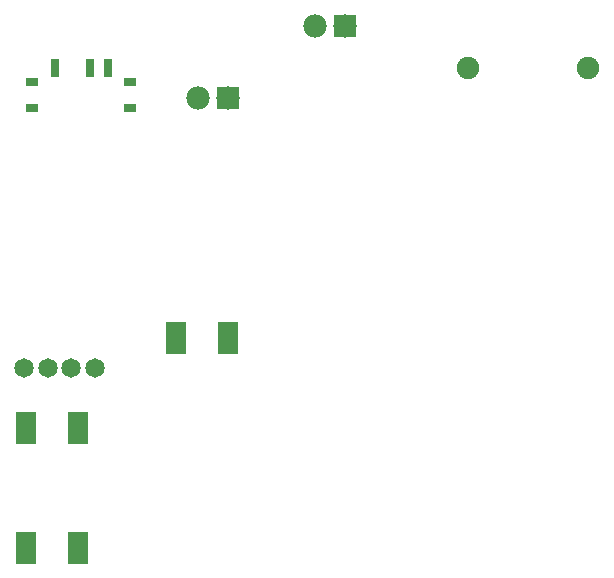
<source format=gtl>
G04 MADE WITH FRITZING*
G04 WWW.FRITZING.ORG*
G04 DOUBLE SIDED*
G04 HOLES PLATED*
G04 CONTOUR ON CENTER OF CONTOUR VECTOR*
%ASAXBY*%
%FSLAX23Y23*%
%MOIN*%
%OFA0B0*%
%SFA1.0B1.0*%
%ADD10C,0.075000*%
%ADD11C,0.065000*%
%ADD12C,0.078000*%
%ADD13R,0.039370X0.031496*%
%ADD14R,0.027559X0.059055*%
%ADD15R,0.078000X0.078000*%
%ADD16R,0.070866X0.106299*%
%LNCOPPER1*%
G90*
G70*
G54D10*
X1656Y2033D03*
X2056Y2033D03*
G54D11*
X177Y1033D03*
X256Y1033D03*
X334Y1033D03*
X413Y1033D03*
G54D12*
X1247Y2175D03*
X1147Y2175D03*
X856Y1933D03*
X756Y1933D03*
G54D13*
X204Y1988D03*
X204Y1901D03*
X530Y1901D03*
X530Y1988D03*
G54D14*
X278Y2033D03*
X397Y2033D03*
X456Y2033D03*
G54D15*
X1247Y2175D03*
X856Y1933D03*
G54D16*
X682Y1133D03*
X856Y1133D03*
X182Y833D03*
X356Y833D03*
X182Y433D03*
X356Y433D03*
G04 End of Copper1*
M02*
</source>
